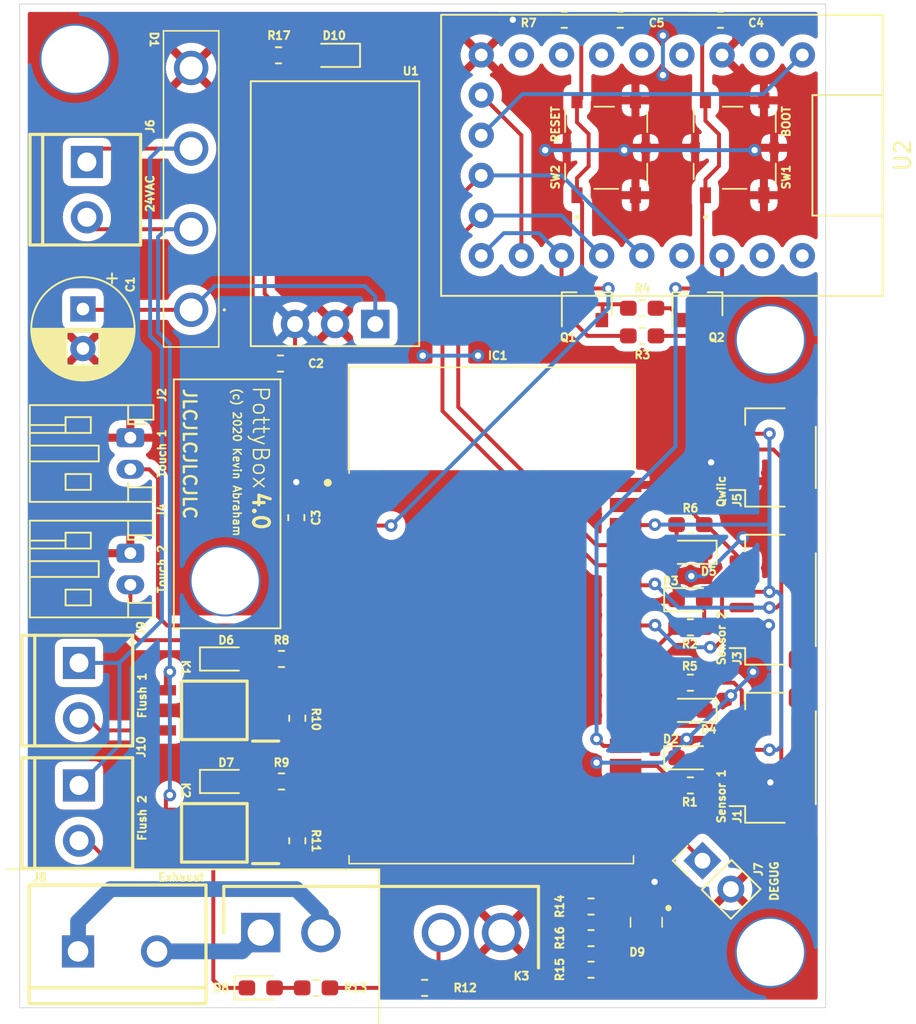
<source format=kicad_pcb>
(kicad_pcb (version 20200119) (host pcbnew "5.99.0-unknown-cc47062~100~ubuntu18.04.1")
  (layers (0 "F.Cu" signal) (31 "B.Cu" signal) (34 "B.Paste" user) (35 "F.Paste" user) (36 "B.SilkS" user) (37 "F.SilkS" user) (38 "B.Mask" user) (39 "F.Mask" user) (44 "Edge.Cuts" user))
  (net 0 "")
  (net 1 "GND")
  (net 2 "Net-(C1-Pad1)")
  (net 3 "+3V3")
  (net 4 "/IO0")
  (net 5 "/EN")
  (net 6 "/24VAC2")
  (net 7 "/24VAC1")
  (net 8 "Net-(D2-Pad2)")
  (net 9 "Net-(D3-Pad2)")
  (net 10 "Net-(D4-Pad2)")
  (net 11 "Net-(D5-Pad2)")
  (net 12 "Net-(D6-Pad2)")
  (net 13 "Net-(D7-Pad2)")
  (net 14 "Net-(D8-Pad2)")
  (net 15 "Net-(D9-Pad4)")
  (net 16 "Net-(D9-Pad3)")
  (net 17 "Net-(D9-Pad2)")
  (net 18 "Net-(D10-Pad2)")
  (net 19 "/LED_S2")
  (net 20 "/SCL")
  (net 21 "/TXD0")
  (net 22 "/RXD0")
  (net 23 "/SDA")
  (net 24 "/LED_S1")
  (net 25 "/INT2")
  (net 26 "/INT1")
  (net 27 "/SHUT2")
  (net 28 "/SHUT1")
  (net 29 "/IO15")
  (net 30 "/EXHAUST")
  (net 31 "/LED_SB")
  (net 32 "/LED_SG")
  (net 33 "/LED_SR")
  (net 34 "/FLUSH2")
  (net 35 "/FLUSH1")
  (net 36 "/TOUCH1")
  (net 37 "/TOUCH2")
  (net 38 "Net-(J8-Pad2)")
  (net 39 "Net-(J8-Pad1)")
  (net 40 "Net-(J9-Pad2)")
  (net 41 "Net-(J10-Pad2)")
  (net 42 "Net-(K1-Pad1)")
  (net 43 "Net-(K2-Pad1)")
  (net 44 "Net-(K3-Pad3)")
  (net 45 "/RTS")
  (net 46 "Net-(Q1-Pad1)")
  (net 47 "/DTR")
  (net 48 "Net-(Q2-Pad1)")
  (net 49 "Net-(U2-Pad1)")
  (net 50 "Net-(U2-Pad9)")
  (module "Resistor_SMD:R_0603_1608Metric_Pad1.05x0.95mm_HandSolder" (layer "F.Cu") (at 124.15 106.6 180)
    (fp_text reference "R15" (at 1.9775 0.01 270) (layer "F.SilkS") (effects (font (size 0.5 0.5) (thickness 0.125))))
    (fp_text value "1k")
    (pad "2" smd roundrect (at 0.875 0 180) (size 1.05 0.95) (layers "F.Cu" "F.Paste" "F.Mask") (net 31 "/LED_SB"))
    (pad "1" smd roundrect (at -0.875 0 180) (size 1.05 0.95) (layers "F.Cu" "F.Paste" "F.Mask") (net 15 "Net-(D9-Pad4)"))
  )
  (module "Resistor_SMD:R_0603_1608Metric_Pad1.05x0.95mm_HandSolder" (layer "F.Cu") (at 124.15 102.6 180)
    (fp_text reference "R14" (at 1.9775 0.01 270) (layer "F.SilkS") (effects (font (size 0.5 0.5) (thickness 0.125))))
    (fp_text value "1k")
    (pad "2" smd roundrect (at 0.875 0 180) (size 1.05 0.95) (layers "F.Cu" "F.Paste" "F.Mask") (net 33 "/LED_SR"))
    (pad "1" smd roundrect (at -0.875 0 180) (size 1.05 0.95) (layers "F.Cu" "F.Paste" "F.Mask") (net 17 "Net-(D9-Pad2)"))
  )
  (module "Breakouts:Adafruit_CP2104_Friend" (layer "F.Cu") (at 128.635 55.076 -90)
    (fp_text reference "U2" (at 0 -15.24 -90) (layer "F.SilkS"))
    (fp_text value "Adafruit_CP2104_Breakout")
    (pad "16" thru_hole circle (at 6.35 -8.89 180) (size 1.6 1.6) (drill 0.8) (layers *.Cu *.Mask))
    (pad "1" thru_hole circle (at -6.35 -8.89 180) (size 1.6 1.6) (drill 0.8) (layers *.Cu *.Mask) (net 49 "Net-(U2-Pad1)"))
    (pad "15" thru_hole circle (at 6.35 -6.35 180) (size 1.6 1.6) (drill 0.8) (layers *.Cu *.Mask))
    (pad "2" thru_hole circle (at -6.35 -6.35 180) (size 1.6 1.6) (drill 0.8) (layers *.Cu *.Mask))
    (pad "14" thru_hole circle (at 6.35 -3.81 180) (size 1.6 1.6) (drill 0.8) (layers *.Cu *.Mask) (net 47 "/DTR"))
    (pad "3" thru_hole circle (at -6.35 -3.81 180) (size 1.6 1.6) (drill 0.8) (layers *.Cu *.Mask) (net 1 "GND"))
    (pad "13" thru_hole circle (at 6.35 -1.27 180) (size 1.6 1.6) (drill 0.8) (layers *.Cu *.Mask))
    (pad "4" thru_hole circle (at -6.35 -1.27 180) (size 1.6 1.6) (drill 0.8) (layers *.Cu *.Mask))
    (pad "12" thru_hole circle (at 6.35 1.27 180) (size 1.6 1.6) (drill 0.8) (layers *.Cu *.Mask) (net 22 "/RXD0"))
    (pad "5" thru_hole circle (at -6.35 1.27 180) (size 1.6 1.6) (drill 0.8) (layers *.Cu *.Mask))
    (pad "11" thru_hole circle (at 6.35 3.81 180) (size 1.6 1.6) (drill 0.8) (layers *.Cu *.Mask) (net 21 "/TXD0"))
    (pad "6" thru_hole circle (at -6.35 3.81 180) (size 1.6 1.6) (drill 0.8) (layers *.Cu *.Mask))
    (pad "10" thru_hole circle (at 6.35 6.35 180) (size 1.6 1.6) (drill 0.8) (layers *.Cu *.Mask) (net 45 "/RTS"))
    (pad "7" thru_hole circle (at -6.35 6.35 180) (size 1.6 1.6) (drill 0.8) (layers *.Cu *.Mask))
    (pad "9" thru_hole circle (at 6.35 8.89 180) (size 1.6 1.6) (drill 0.8) (layers *.Cu *.Mask) (net 50 "Net-(U2-Pad9)"))
    (pad "8" thru_hole circle (at -6.35 8.89 180) (size 1.6 1.6) (drill 0.8) (layers *.Cu *.Mask))
    (pad "3" thru_hole circle (at -6.35 11.43 180) (size 1.6 1.6) (drill 0.8) (layers *.Cu *.Mask) (net 1 "GND"))
    (pad "10" thru_hole circle (at 6.35 11.43 180) (size 1.6 1.6) (drill 0.8) (layers *.Cu *.Mask) (net 45 "/RTS"))
    (pad "9" thru_hole circle (at -3.81 11.43 180) (size 1.6 1.6) (drill 0.8) (layers *.Cu *.Mask) (net 50 "Net-(U2-Pad9)"))
    (pad "1" thru_hole circle (at -1.27 11.43 180) (size 1.6 1.6) (drill 0.8) (layers *.Cu *.Mask) (net 49 "Net-(U2-Pad1)"))
    (pad "12" thru_hole circle (at 1.27 11.43 180) (size 1.6 1.6) (drill 0.8) (layers *.Cu *.Mask) (net 22 "/RXD0"))
    (pad "11" thru_hole circle (at 3.81 11.43 180) (size 1.6 1.6) (drill 0.8) (layers *.Cu *.Mask) (net 21 "/TXD0"))
  )
  (module "Resistor_SMD:R_0603_1608Metric_Pad1.05x0.95mm_HandSolder" (layer "F.Cu") (at 122.459 46.5)
    (fp_text reference "R7" (at -2.259 0.2) (layer "F.SilkS") (effects (font (size 0.5 0.5) (thickness 0.125))))
    (fp_text value "10k")
    (pad "2" smd roundrect (at 0.875 0) (size 1.05 0.95) (layers "F.Cu" "F.Paste" "F.Mask") (net 5 "/EN"))
    (pad "1" smd roundrect (at -0.875 0) (size 1.05 0.95) (layers "F.Cu" "F.Paste" "F.Mask") (net 3 "+3V3"))
  )
  (module "ESP32-WROVER-B_(16MB):ESP32WROVERIB16MB" (layer "F.Cu") (at 117.19 84.19)
    (fp_text reference "IC1" (at 1.06 -16.44) (layer "F.SilkS") (effects (font (size 0.5 0.5) (thickness 0.125))))
    (fp_text value "ESP32-WROVER-B" hide)
    (pad "39" smd rect (at -0.35 -0.64 90) (size 5 5) (layers "F.Cu" "F.Paste" "F.Mask") (net 1 "GND"))
    (pad "38" smd rect (at 9.15 -8.26 90) (size 0.9 2) (layers "F.Cu" "F.Paste" "F.Mask") (net 1 "GND"))
    (pad "37" smd rect (at 9.15 -6.99 90) (size 0.9 2) (layers "F.Cu" "F.Paste" "F.Mask") (net 27 "/SHUT2"))
    (pad "36" smd rect (at 9.15 -5.72 90) (size 0.9 2) (layers "F.Cu" "F.Paste" "F.Mask") (net 20 "/SCL"))
    (pad "35" smd rect (at 9.15 -4.45 90) (size 0.9 2) (layers "F.Cu" "F.Paste" "F.Mask") (net 21 "/TXD0"))
    (pad "34" smd rect (at 9.15 -3.18 90) (size 0.9 2) (layers "F.Cu" "F.Paste" "F.Mask") (net 22 "/RXD0"))
    (pad "33" smd rect (at 9.15 -1.91 90) (size 0.9 2) (layers "F.Cu" "F.Paste" "F.Mask") (net 23 "/SDA"))
    (pad "32" smd rect (at 9.15 -0.64 90) (size 0.9 2) (layers "F.Cu" "F.Paste" "F.Mask"))
    (pad "31" smd rect (at 9.15 0.63 90) (size 0.9 2) (layers "F.Cu" "F.Paste" "F.Mask") (net 25 "/INT2"))
    (pad "30" smd rect (at 9.15 1.9 90) (size 0.9 2) (layers "F.Cu" "F.Paste" "F.Mask") (net 19 "/LED_S2"))
    (pad "29" smd rect (at 9.15 3.17 90) (size 0.9 2) (layers "F.Cu" "F.Paste" "F.Mask") (net 28 "/SHUT1"))
    (pad "28" smd rect (at 9.15 4.44 90) (size 0.9 2) (layers "F.Cu" "F.Paste" "F.Mask"))
    (pad "27" smd rect (at 9.15 5.71 90) (size 0.9 2) (layers "F.Cu" "F.Paste" "F.Mask"))
    (pad "26" smd rect (at 9.15 6.98 90) (size 0.9 2) (layers "F.Cu" "F.Paste" "F.Mask") (net 26 "/INT1"))
    (pad "25" smd rect (at 9.15 8.25 90) (size 0.9 2) (layers "F.Cu" "F.Paste" "F.Mask") (net 4 "/IO0"))
    (pad "24" smd rect (at 9.15 9.52 90) (size 0.9 2) (layers "F.Cu" "F.Paste" "F.Mask") (net 24 "/LED_S1"))
    (pad "23" smd rect (at 9.15 10.79 90) (size 0.9 2) (layers "F.Cu" "F.Paste" "F.Mask") (net 29 "/IO15"))
    (pad "22" smd rect (at 9.15 12.06 90) (size 0.9 2) (layers "F.Cu" "F.Paste" "F.Mask"))
    (pad "21" smd rect (at 9.15 13.33 90) (size 0.9 2) (layers "F.Cu" "F.Paste" "F.Mask"))
    (pad "20" smd rect (at 9.15 14.6 90) (size 0.9 2) (layers "F.Cu" "F.Paste" "F.Mask"))
    (pad "19" smd rect (at -7.85 14.6 90) (size 0.9 2) (layers "F.Cu" "F.Paste" "F.Mask"))
    (pad "18" smd rect (at -7.85 13.33 90) (size 0.9 2) (layers "F.Cu" "F.Paste" "F.Mask"))
    (pad "17" smd rect (at -7.85 12.06 90) (size 0.9 2) (layers "F.Cu" "F.Paste" "F.Mask"))
    (pad "16" smd rect (at -7.85 10.79 90) (size 0.9 2) (layers "F.Cu" "F.Paste" "F.Mask") (net 30 "/EXHAUST"))
    (pad "15" smd rect (at -7.85 9.52 90) (size 0.9 2) (layers "F.Cu" "F.Paste" "F.Mask") (net 1 "GND"))
    (pad "14" smd rect (at -7.85 8.25 90) (size 0.9 2) (layers "F.Cu" "F.Paste" "F.Mask") (net 31 "/LED_SB"))
    (pad "13" smd rect (at -7.85 6.98 90) (size 0.9 2) (layers "F.Cu" "F.Paste" "F.Mask") (net 32 "/LED_SG"))
    (pad "12" smd rect (at -7.85 5.71 90) (size 0.9 2) (layers "F.Cu" "F.Paste" "F.Mask") (net 33 "/LED_SR"))
    (pad "11" smd rect (at -7.85 4.44 90) (size 0.9 2) (layers "F.Cu" "F.Paste" "F.Mask") (net 34 "/FLUSH2"))
    (pad "10" smd rect (at -7.85 3.17 90) (size 0.9 2) (layers "F.Cu" "F.Paste" "F.Mask") (net 35 "/FLUSH1"))
    (pad "9" smd rect (at -7.85 1.9 90) (size 0.9 2) (layers "F.Cu" "F.Paste" "F.Mask") (net 37 "/TOUCH2"))
    (pad "8" smd rect (at -7.85 0.63 90) (size 0.9 2) (layers "F.Cu" "F.Paste" "F.Mask") (net 36 "/TOUCH1"))
    (pad "7" smd rect (at -7.85 -0.64 90) (size 0.9 2) (layers "F.Cu" "F.Paste" "F.Mask"))
    (pad "6" smd rect (at -7.85 -1.91 90) (size 0.9 2) (layers "F.Cu" "F.Paste" "F.Mask"))
    (pad "5" smd rect (at -7.85 -3.18 90) (size 0.9 2) (layers "F.Cu" "F.Paste" "F.Mask"))
    (pad "4" smd rect (at -7.85 -4.45 90) (size 0.9 2) (layers "F.Cu" "F.Paste" "F.Mask"))
    (pad "3" smd rect (at -7.85 -5.72 90) (size 0.9 2) (layers "F.Cu" "F.Paste" "F.Mask") (net 5 "/EN"))
    (pad "2" smd rect (at -7.85 -6.99 90) (size 0.9 2) (layers "F.Cu" "F.Paste" "F.Mask") (net 3 "+3V3"))
    (pad "1" smd rect (at -7.85 -8.26 90) (size 0.9 2) (layers "F.Cu" "F.Paste" "F.Mask") (net 1 "GND"))
  )
  (module "Converter_DCDC:Converter_DCDC_muRata_OKI-78SR_Horizontal" (layer "F.Cu") (at 110.5 65.75 180)
    (fp_text reference "U1" (at -2.25 16 180) (layer "F.SilkS") (effects (font (size 0.5 0.5) (thickness 0.125))))
    (fp_text value "OKI-78SR-3.3/1.5-W36H-C")
    (pad "3" thru_hole circle (at 5.08 0) (size 1.8 1.8) (drill 1) (layers *.Cu *.Mask) (net 3 "+3V3"))
    (pad "2" thru_hole circle (at 2.54 0) (size 1.8 1.8) (drill 1) (layers *.Cu *.Mask) (net 1 "GND"))
    (pad "1" thru_hole rect (at 0 0) (size 1.8 1.8) (drill 1) (layers *.Cu *.Mask) (net 2 "Net-(C1-Pad1)"))
  )
  (module "PTS526_SMG15_SMTR2_LFS:PTS526SMG15SMTR2LFS" (layer "F.Cu") (at 125.112 54.6 90)
    (fp_text reference "SW2" (at -2.7 -3.212 90) (layer "F.SilkS") (effects (font (size 0.5 0.5) (thickness 0.125)) (justify left)))
    (fp_text value "RESET" (at 2.7 -3.212 90) (layer "F.SilkS") (effects (font (size 0.5 0.5) (thickness 0.125)) (justify right)))
    (pad "SH" smd rect (at 0 2.5 180) (size 0.6 0.7) (layers "F.Cu" "F.Paste" "F.Mask") (net 1 "GND"))
    (pad "SH" smd rect (at 0 -2.5 180) (size 0.6 0.7) (layers "F.Cu" "F.Paste" "F.Mask") (net 1 "GND"))
    (pad "2" smd rect (at 3 1.85 180) (size 0.7 1) (layers "F.Cu" "F.Paste" "F.Mask") (net 1 "GND"))
    (pad "2" smd rect (at -3 1.85 180) (size 0.7 1) (layers "F.Cu" "F.Paste" "F.Mask") (net 1 "GND"))
    (pad "1" smd rect (at 3 -1.85 180) (size 0.7 1) (layers "F.Cu" "F.Paste" "F.Mask") (net 5 "/EN"))
    (pad "1" smd rect (at -3 -1.85 180) (size 0.7 1) (layers "F.Cu" "F.Paste" "F.Mask") (net 5 "/EN"))
  )
  (module "PTS526_SMG15_SMTR2_LFS:PTS526SMG15SMTR2LFS" (layer "F.Cu") (at 133.24 54.6 90)
    (fp_text reference "SW1" (at -2.7 3.26 90) (layer "F.SilkS") (effects (font (size 0.5 0.5) (thickness 0.125)) (justify left)))
    (fp_text value "BOOT" (at 2.7 3.26 90) (layer "F.SilkS") (effects (font (size 0.5 0.5) (thickness 0.125)) (justify right)))
    (pad "SH" smd rect (at 0 2.5 180) (size 0.6 0.7) (layers "F.Cu" "F.Paste" "F.Mask") (net 1 "GND"))
    (pad "SH" smd rect (at 0 -2.5 180) (size 0.6 0.7) (layers "F.Cu" "F.Paste" "F.Mask") (net 1 "GND"))
    (pad "2" smd rect (at 3 1.85 180) (size 0.7 1) (layers "F.Cu" "F.Paste" "F.Mask") (net 1 "GND"))
    (pad "2" smd rect (at -3 1.85 180) (size 0.7 1) (layers "F.Cu" "F.Paste" "F.Mask") (net 1 "GND"))
    (pad "1" smd rect (at 3 -1.85 180) (size 0.7 1) (layers "F.Cu" "F.Paste" "F.Mask") (net 4 "/IO0"))
    (pad "1" smd rect (at -3 -1.85 180) (size 0.7 1) (layers "F.Cu" "F.Paste" "F.Mask") (net 4 "/IO0"))
  )
  (module "Resistor_SMD:R_0603_1608Metric_Pad1.05x0.95mm_HandSolder" (layer "F.Cu") (at 104.375 48.75 180)
    (fp_text reference "R17" (at -0.025 1.25) (layer "F.SilkS") (effects (font (size 0.5 0.5) (thickness 0.125))))
    (fp_text value "1k")
    (pad "2" smd roundrect (at 0.875 0 180) (size 1.05 0.95) (layers "F.Cu" "F.Paste" "F.Mask") (net 3 "+3V3"))
    (pad "1" smd roundrect (at -0.875 0 180) (size 1.05 0.95) (layers "F.Cu" "F.Paste" "F.Mask") (net 18 "Net-(D10-Pad2)"))
  )
  (module "Resistor_SMD:R_0603_1608Metric_Pad1.05x0.95mm_HandSolder" (layer "F.Cu") (at 124.15 104.6 180)
    (fp_text reference "R16" (at 1.9775 0.01 270) (layer "F.SilkS") (effects (font (size 0.5 0.5) (thickness 0.125))))
    (fp_text value "1k")
    (pad "2" smd roundrect (at 0.875 0 180) (size 1.05 0.95) (layers "F.Cu" "F.Paste" "F.Mask") (net 32 "/LED_SG"))
    (pad "1" smd roundrect (at -0.875 0 180) (size 1.05 0.95) (layers "F.Cu" "F.Paste" "F.Mask") (net 16 "Net-(D9-Pad3)"))
  )
  (module "Resistor_SMD:R_0603_1608Metric_Pad1.05x0.95mm_HandSolder" (layer "F.Cu") (at 106.75 107.75)
    (fp_text reference "R13" (at 2.5 0 180) (layer "F.SilkS") (effects (font (size 0.5 0.5) (thickness 0.125))))
    (fp_text value "1k")
    (pad "2" smd roundrect (at 0.875 0) (size 1.05 0.95) (layers "F.Cu" "F.Paste" "F.Mask") (net 30 "/EXHAUST"))
    (pad "1" smd roundrect (at -0.875 0) (size 1.05 0.95) (layers "F.Cu" "F.Paste" "F.Mask") (net 14 "Net-(D8-Pad2)"))
  )
  (module "Resistor_SMD:R_0603_1608Metric_Pad1.05x0.95mm_HandSolder" (layer "F.Cu") (at 113.625 107.75 180)
    (fp_text reference "R12" (at -2.56 0) (layer "F.SilkS") (effects (font (size 0.5 0.5) (thickness 0.125))))
    (fp_text value "220")
    (pad "2" smd roundrect (at 0.875 0 180) (size 1.05 0.95) (layers "F.Cu" "F.Paste" "F.Mask") (net 30 "/EXHAUST"))
    (pad "1" smd roundrect (at -0.875 0 180) (size 1.05 0.95) (layers "F.Cu" "F.Paste" "F.Mask") (net 44 "Net-(K3-Pad3)"))
  )
  (module "Resistor_SMD:R_0603_1608Metric_Pad1.05x0.95mm_HandSolder" (layer "F.Cu") (at 105.565 98.44 90)
    (fp_text reference "R11" (at 0 1.185 270 unlocked) (layer "F.SilkS") (effects (font (size 0.5 0.5) (thickness 0.125))))
    (fp_text value "220")
    (pad "2" smd roundrect (at 0.875 0 90) (size 1.05 0.95) (layers "F.Cu" "F.Paste" "F.Mask") (net 34 "/FLUSH2"))
    (pad "1" smd roundrect (at -0.875 0 90) (size 1.05 0.95) (layers "F.Cu" "F.Paste" "F.Mask") (net 43 "Net-(K2-Pad1)"))
  )
  (module "Resistor_SMD:R_0603_1608Metric_Pad1.05x0.95mm_HandSolder" (layer "F.Cu") (at 105.565 90.69 90)
    (fp_text reference "R10" (at -0.06 1.185 270 unlocked) (layer "F.SilkS") (effects (font (size 0.5 0.5) (thickness 0.125))))
    (fp_text value "220")
    (pad "2" smd roundrect (at 0.875 0 90) (size 1.05 0.95) (layers "F.Cu" "F.Paste" "F.Mask") (net 35 "/FLUSH1"))
    (pad "1" smd roundrect (at -0.875 0 90) (size 1.05 0.95) (layers "F.Cu" "F.Paste" "F.Mask") (net 42 "Net-(K1-Pad1)"))
  )
  (module "Resistor_SMD:R_0603_1608Metric_Pad1.05x0.95mm_HandSolder" (layer "F.Cu") (at 104.565 94.69)
    (fp_text reference "R9" (at 0 -1.19) (layer "F.SilkS") (effects (font (size 0.5 0.5) (thickness 0.125))))
    (fp_text value "1k")
    (pad "2" smd roundrect (at 0.875 0) (size 1.05 0.95) (layers "F.Cu" "F.Paste" "F.Mask") (net 34 "/FLUSH2"))
    (pad "1" smd roundrect (at -0.875 0) (size 1.05 0.95) (layers "F.Cu" "F.Paste" "F.Mask") (net 13 "Net-(D7-Pad2)"))
  )
  (module "Resistor_SMD:R_0603_1608Metric_Pad1.05x0.95mm_HandSolder" (layer "F.Cu") (at 104.565 86.94)
    (fp_text reference "R8" (at 0 -1.19) (layer "F.SilkS") (effects (font (size 0.5 0.5) (thickness 0.125))))
    (fp_text value "1k")
    (pad "2" smd roundrect (at 0.875 0) (size 1.05 0.95) (layers "F.Cu" "F.Paste" "F.Mask") (net 35 "/FLUSH1"))
    (pad "1" smd roundrect (at -0.875 0) (size 1.05 0.95) (layers "F.Cu" "F.Paste" "F.Mask") (net 12 "Net-(D6-Pad2)"))
  )
  (module "Resistor_SMD:R_0603_1608Metric_Pad1.05x0.95mm_HandSolder" (layer "F.Cu") (at 130.44 78.44)
    (fp_text reference "R6" (at 0 -1.04) (layer "F.SilkS") (effects (font (size 0.5 0.5) (thickness 0.125))))
    (fp_text value "1k")
    (pad "2" smd roundrect (at 0.875 0) (size 1.05 0.95) (layers "F.Cu" "F.Paste" "F.Mask") (net 27 "/SHUT2"))
    (pad "1" smd roundrect (at -0.875 0) (size 1.05 0.95) (layers "F.Cu" "F.Paste" "F.Mask") (net 11 "Net-(D5-Pad2)"))
  )
  (module "Resistor_SMD:R_0603_1608Metric_Pad1.05x0.95mm_HandSolder" (layer "F.Cu") (at 130.44 88.44)
    (fp_text reference "R5" (at -0.04 -1.04 180) (layer "F.SilkS") (effects (font (size 0.5 0.5) (thickness 0.125))))
    (fp_text value "1k")
    (pad "2" smd roundrect (at 0.875 0) (size 1.05 0.95) (layers "F.Cu" "F.Paste" "F.Mask") (net 28 "/SHUT1"))
    (pad "1" smd roundrect (at -0.875 0) (size 1.05 0.95) (layers "F.Cu" "F.Paste" "F.Mask") (net 10 "Net-(D4-Pad2)"))
  )
  (module "Resistor_SMD:R_0603_1608Metric_Pad1.05x0.95mm_HandSolder" (layer "F.Cu") (at 127.385 64.75 180)
    (fp_text reference "R4" (at -0.015 1.25) (layer "F.SilkS") (effects (font (size 0.5 0.5) (thickness 0.125))))
    (fp_text value "10k")
    (pad "2" smd roundrect (at 0.875 0 180) (size 1.05 0.95) (layers "F.Cu" "F.Paste" "F.Mask") (net 45 "/RTS"))
    (pad "1" smd roundrect (at -0.875 0 180) (size 1.05 0.95) (layers "F.Cu" "F.Paste" "F.Mask") (net 48 "Net-(Q2-Pad1)"))
  )
  (module "Resistor_SMD:R_0603_1608Metric_Pad1.05x0.95mm_HandSolder" (layer "F.Cu") (at 127.385 66.5)
    (fp_text reference "R3" (at 0.015 1.2) (layer "F.SilkS") (effects (font (size 0.5 0.5) (thickness 0.125))))
    (fp_text value "10k")
    (pad "2" smd roundrect (at 0.875 0) (size 1.05 0.95) (layers "F.Cu" "F.Paste" "F.Mask") (net 47 "/DTR"))
    (pad "1" smd roundrect (at -0.875 0) (size 1.05 0.95) (layers "F.Cu" "F.Paste" "F.Mask") (net 46 "Net-(Q1-Pad1)"))
  )
  (module "Resistor_SMD:R_0603_1608Metric_Pad1.05x0.95mm_HandSolder" (layer "F.Cu") (at 130.44 84.94 180)
    (fp_text reference "R2" (at 0.04 -1.06) (layer "F.SilkS") (effects (font (size 0.5 0.5) (thickness 0.125))))
    (fp_text value "1k")
    (pad "2" smd roundrect (at 0.875 0 180) (size 1.05 0.95) (layers "F.Cu" "F.Paste" "F.Mask") (net 19 "/LED_S2"))
    (pad "1" smd roundrect (at -0.875 0 180) (size 1.05 0.95) (layers "F.Cu" "F.Paste" "F.Mask") (net 9 "Net-(D3-Pad2)"))
  )
  (module "Resistor_SMD:R_0603_1608Metric_Pad1.05x0.95mm_HandSolder" (layer "F.Cu") (at 130.44 94.94 180)
    (fp_text reference "R1" (at 0.04 -1.06 180) (layer "F.SilkS") (effects (font (size 0.5 0.5) (thickness 0.125))))
    (fp_text value "1k")
    (pad "2" smd roundrect (at 0.875 0 180) (size 1.05 0.95) (layers "F.Cu" "F.Paste" "F.Mask") (net 24 "/LED_S1"))
    (pad "1" smd roundrect (at -0.875 0 180) (size 1.05 0.95) (layers "F.Cu" "F.Paste" "F.Mask") (net 8 "Net-(D2-Pad2)"))
  )
  (module "Package_TO_SOT_SMD:SOT-23" (layer "F.Cu") (at 130.885 64.5 90)
    (fp_text reference "Q2" (at -2.1 1.215 180) (layer "F.SilkS") (effects (font (size 0.5 0.5) (thickness 0.125))))
    (fp_text value "MMBT3904")
    (pad "3" smd rect (at 1 0 90) (size 0.9 0.8) (layers "F.Cu" "F.Paste" "F.Mask") (net 4 "/IO0"))
    (pad "2" smd rect (at -1 0.95 90) (size 0.9 0.8) (layers "F.Cu" "F.Paste" "F.Mask") (net 47 "/DTR"))
    (pad "1" smd rect (at -1 -0.95 90) (size 0.9 0.8) (layers "F.Cu" "F.Paste" "F.Mask") (net 48 "Net-(Q2-Pad1)"))
  )
  (module "Package_TO_SOT_SMD:SOT-23" (layer "F.Cu") (at 123.885 64.5 90)
    (fp_text reference "Q1" (at -2.1 -1.185 180) (layer "F.SilkS") (effects (font (size 0.5 0.5) (thickness 0.125))))
    (fp_text value "MMBT3904")
    (pad "3" smd rect (at 1 0 90) (size 0.9 0.8) (layers "F.Cu" "F.Paste" "F.Mask") (net 5 "/EN"))
    (pad "2" smd rect (at -1 0.95 90) (size 0.9 0.8) (layers "F.Cu" "F.Paste" "F.Mask") (net 45 "/RTS"))
    (pad "1" smd rect (at -1 -0.95 90) (size 0.9 0.8) (layers "F.Cu" "F.Paste" "F.Mask") (net 46 "Net-(Q1-Pad1)"))
  )
  (module "CPC1998J:CPC1998J" (layer "F.Cu") (at 103.25 104.25)
    (fp_text reference "K3" (at 16.5 2.75) (layer "F.SilkS") (effects (font (size 0.5 0.5) (thickness 0.125))))
    (fp_text value "CPC1998J" hide)
    (pad "4" thru_hole circle (at 15.24 0) (size 2.49 2.49) (drill 1.66) (layers *.Cu *.Mask) (net 1 "GND"))
    (pad "3" thru_hole circle (at 11.43 0) (size 2.49 2.49) (drill 1.66) (layers *.Cu *.Mask) (net 44 "Net-(K3-Pad3)"))
    (pad "2" thru_hole circle (at 3.81 0) (size 2.49 2.49) (drill 1.66) (layers *.Cu *.Mask) (net 39 "Net-(J8-Pad1)"))
    (pad "1" thru_hole rect (at 0 0) (size 2.49 2.49) (drill 1.66) (layers *.Cu *.Mask) (net 38 "Net-(J8-Pad2)"))
  )
  (module "G3VM-61VY3(TR05):SOP254P700X230-4N" (layer "F.Cu") (at 100.315 97.94 180)
    (fp_text reference "K2" (at 1.815 2.69 270 unlocked) (layer "F.SilkS") (effects (font (size 0.5 0.5) (thickness 0.125))))
    (fp_text value "G3VM-61VY3" hide)
    (pad "4" smd rect (at 3.25 -1.27 270) (size 0.65 1.65) (layers "F.Cu" "F.Paste" "F.Mask") (net 41 "Net-(J10-Pad2)"))
    (pad "3" smd rect (at 3.25 1.27 270) (size 0.65 1.65) (layers "F.Cu" "F.Paste" "F.Mask") (net 7 "/24VAC1"))
    (pad "2" smd rect (at -3.25 1.27 270) (size 0.65 1.65) (layers "F.Cu" "F.Paste" "F.Mask") (net 1 "GND"))
    (pad "1" smd rect (at -3.25 -1.27 270) (size 0.65 1.65) (layers "F.Cu" "F.Paste" "F.Mask") (net 43 "Net-(K2-Pad1)"))
  )
  (module "G3VM-61VY3(TR05):SOP254P700X230-4N" (layer "F.Cu") (at 100.315 90.19 180)
    (fp_text reference "K1" (at 1.815 2.69 270 unlocked) (layer "F.SilkS") (effects (font (size 0.5 0.5) (thickness 0.125))))
    (fp_text value "G3VM-61VY3" hide)
    (pad "4" smd rect (at 3.25 -1.27 270) (size 0.65 1.65) (layers "F.Cu" "F.Paste" "F.Mask") (net 40 "Net-(J9-Pad2)"))
    (pad "3" smd rect (at 3.25 1.27 270) (size 0.65 1.65) (layers "F.Cu" "F.Paste" "F.Mask") (net 7 "/24VAC1"))
    (pad "2" smd rect (at -3.25 1.27 270) (size 0.65 1.65) (layers "F.Cu" "F.Paste" "F.Mask") (net 1 "GND"))
    (pad "1" smd rect (at -3.25 -1.27 270) (size 0.65 1.65) (layers "F.Cu" "F.Paste" "F.Mask") (net 42 "Net-(K1-Pad1)"))
  )
  (module "SparkFun-Connectors:SCREWTERMINAL-3.5MM-2" (layer "F.Cu") (at 91.75 94.94 -90)
    (fp_text reference "J10" (at -1.69 -3.937 -90) (layer "F.SilkS") (effects (font (size 0.5 0.5) (thickness 0.125)) (justify left)))
    (fp_text value "Flush 2" (at 2.06 -4 -90) (layer "F.SilkS") (effects (font (size 0.5 0.5) (thickness 0.125))))
    (pad "2" thru_hole circle (at 3.49758 0 270) (size 2.032 2.032) (drill 1.19888) (layers *.Cu *.Mask) (net 41 "Net-(J10-Pad2)"))
    (pad "1" thru_hole rect (at 0 0 270) (size 2.032 2.032) (drill 1.19888) (layers *.Cu *.Mask) (net 6 "/24VAC2"))
  )
  (module "SparkFun-Connectors:SCREWTERMINAL-3.5MM-2" (layer "F.Cu") (at 91.75 87.19 -90)
    (fp_text reference "J9" (at -1.69 -3.937 -90) (layer "F.SilkS") (effects (font (size 0.5 0.5) (thickness 0.125)) (justify left)))
    (fp_text value "Flush 1" (at 2.06 -4 -90) (layer "F.SilkS") (effects (font (size 0.5 0.5) (thickness 0.125))))
    (pad "2" thru_hole circle (at 3.49758 0 270) (size 2.032 2.032) (drill 1.19888) (layers *.Cu *.Mask) (net 40 "Net-(J9-Pad2)"))
    (pad "1" thru_hole rect (at 0 0 270) (size 2.032 2.032) (drill 1.19888) (layers *.Cu *.Mask) (net 6 "/24VAC2"))
  )
  (module "SparkFun-Connectors:SCREWTERMINAL-5MM-2" (layer "F.Cu") (at 91.69 105.44)
    (fp_text reference "J8" (at -2.94 -4.69) (layer "F.SilkS") (effects (font (size 0.5 0.5) (thickness 0.125)) (justify left)))
    (fp_text value "Exhaust" (at 8.06 -4.69) (layer "F.SilkS") (effects (font (size 0.5 0.5) (thickness 0.125)) (justify right)))
    (pad "2" thru_hole circle (at 4.99872 0) (size 2.032 2.032) (drill 1.29794) (layers *.Cu *.Mask) (net 38 "Net-(J8-Pad2)"))
    (pad "1" thru_hole rect (at 0 0) (size 2.032 2.032) (drill 1.29794) (layers *.Cu *.Mask) (net 39 "Net-(J8-Pad1)"))
  )
  (module "Connector_PinHeader_2.54mm:PinHeader_1x02_P2.54mm_Vertical" (layer "F.Cu") (at 131.203949 99.703949 45)
    (fp_text reference "J7" (at 2.12132 2.893553 90) (layer "F.SilkS") (effects (font (size 0.5 0.5) (thickness 0.125))))
    (fp_text value "DEGUG" (at 2.298097 4.13099 90) (layer "F.SilkS") (effects (font (size 0.5 0.5) (thickness 0.125))))
    (pad "1" thru_hole rect (at 0 0 45) (size 1.7 1.7) (drill 1) (layers *.Cu *.Mask) (net 29 "/IO15"))
    (pad "2" thru_hole oval (at 0 2.54 45) (size 1.7 1.7) (drill 1) (layers *.Cu *.Mask) (net 1 "GND"))
  )
  (module "SparkFun-Connectors:SCREWTERMINAL-3.5MM-2" (layer "F.Cu") (at 92.25 55.5 -90)
    (fp_text reference "J6" (at -1.75 -4 -90) (layer "F.SilkS") (effects (font (size 0.5 0.5) (thickness 0.125)) (justify left)))
    (fp_text value "24VAC" (at 2 -4 -90) (layer "F.SilkS") (effects (font (size 0.5 0.5) (thickness 0.125))))
    (pad "2" thru_hole circle (at 3.49758 0 270) (size 2.032 2.032) (drill 1.19888) (layers *.Cu *.Mask) (net 7 "/24VAC1"))
    (pad "1" thru_hole rect (at 0 0 270) (size 2.032 2.032) (drill 1.19888) (layers *.Cu *.Mask) (net 6 "/24VAC2"))
  )
  (module "Connector_JST:JST_SH_SM04B-SRSS-TB_1x04-1MP_P1.00mm_Horizontal" (layer "F.Cu") (at 135.69 74.19 90)
    (fp_text reference "J5" (at -2.71 -2.29 90) (layer "F.SilkS") (effects (font (size 0.5 0.5) (thickness 0.125))))
    (fp_text value "Qwiic")
    (pad "MP" smd roundrect (at 2.8 1.875 90) (size 1.2 1.8) (layers "F.Cu" "F.Paste" "F.Mask") (roundrect_rratio 0.208333))
    (pad "MP" smd roundrect (at -2.8 1.875 90) (size 1.2 1.8) (layers "F.Cu" "F.Paste" "F.Mask") (roundrect_rratio 0.208333))
    (pad "4" smd roundrect (at 1.5 -2 90) (size 0.6 1.55) (layers "F.Cu" "F.Paste" "F.Mask") (net 20 "/SCL"))
    (pad "3" smd roundrect (at 0.5 -2 90) (size 0.6 1.55) (layers "F.Cu" "F.Paste" "F.Mask") (net 23 "/SDA"))
    (pad "2" smd roundrect (at -0.5 -2 90) (size 0.6 1.55) (layers "F.Cu" "F.Paste" "F.Mask") (net 3 "+3V3"))
    (pad "1" smd roundrect (at -1.5 -2 90) (size 0.6 1.55) (layers "F.Cu" "F.Paste" "F.Mask") (net 1 "GND"))
  )
  (module "Connector_JST:JST_PH_S2B-PH-K_1x02_P2.00mm_Horizontal" (layer "F.Cu") (at 95 80.25 -90)
    (fp_text reference "J4" (at -2.19 -2 -90) (layer "F.SilkS") (effects (font (size 0.5 0.5) (thickness 0.125)) (justify left)))
    (fp_text value "Touch 2" (at 1 -2 -90) (layer "F.SilkS") (effects (font (size 0.5 0.5) (thickness 0.125))))
    (pad "2" thru_hole oval (at 2 0 270) (size 1.2 1.75) (drill 0.75) (layers *.Cu *.Mask) (net 37 "/TOUCH2"))
    (pad "1" thru_hole roundrect (at 0 0 270) (size 1.2 1.75) (drill 0.75) (layers *.Cu *.Mask) (roundrect_rratio 0.208333) (net 1 "GND"))
  )
  (module "Connector_JST:JST_SH_SM06B-SRSS-TB_1x06-1MP_P1.00mm_Horizontal" (layer "F.Cu") (at 135.69 83.19 90)
    (fp_text reference "J3" (at -3.71 -2.29 90) (layer "F.SilkS") (effects (font (size 0.5 0.5) (thickness 0.125))))
    (fp_text value "Sensor 2")
    (pad "MP" smd roundrect (at 3.8 1.875 90) (size 1.2 1.8) (layers "F.Cu" "F.Paste" "F.Mask") (roundrect_rratio 0.208333))
    (pad "MP" smd roundrect (at -3.8 1.875 90) (size 1.2 1.8) (layers "F.Cu" "F.Paste" "F.Mask") (roundrect_rratio 0.208333))
    (pad "6" smd roundrect (at 2.5 -2 90) (size 0.6 1.55) (layers "F.Cu" "F.Paste" "F.Mask") (net 27 "/SHUT2"))
    (pad "5" smd roundrect (at 1.5 -2 90) (size 0.6 1.55) (layers "F.Cu" "F.Paste" "F.Mask") (net 25 "/INT2"))
    (pad "4" smd roundrect (at 0.5 -2 90) (size 0.6 1.55) (layers "F.Cu" "F.Paste" "F.Mask") (net 20 "/SCL"))
    (pad "3" smd roundrect (at -0.5 -2 90) (size 0.6 1.55) (layers "F.Cu" "F.Paste" "F.Mask") (net 23 "/SDA"))
    (pad "2" smd roundrect (at -1.5 -2 90) (size 0.6 1.55) (layers "F.Cu" "F.Paste" "F.Mask") (net 3 "+3V3"))
    (pad "1" smd roundrect (at -2.5 -2 90) (size 0.6 1.55) (layers "F.Cu" "F.Paste" "F.Mask") (net 1 "GND"))
  )
  (module "Connector_JST:JST_PH_S2B-PH-K_1x02_P2.00mm_Horizontal" (layer "F.Cu") (at 95 72.94 -90)
    (fp_text reference "J2" (at -2.19 -2 -90) (layer "F.SilkS") (effects (font (size 0.5 0.5) (thickness 0.125)) (justify left)))
    (fp_text value "Touch 1" (at 1 -2 -90) (layer "F.SilkS") (effects (font (size 0.5 0.5) (thickness 0.125))))
    (pad "2" thru_hole oval (at 2 0 270) (size 1.2 1.75) (drill 0.75) (layers *.Cu *.Mask) (net 36 "/TOUCH1"))
    (pad "1" thru_hole roundrect (at 0 0 270) (size 1.2 1.75) (drill 0.75) (layers *.Cu *.Mask) (roundrect_rratio 0.208333) (net 1 "GND"))
  )
  (module "Connector_JST:JST_SH_SM06B-SRSS-TB_1x06-1MP_P1.00mm_Horizontal" (layer "F.Cu") (at 135.69 93.19 90)
    (fp_text reference "J1" (at -3.71 -2.29 90) (layer "F.SilkS") (effects (font (size 0.5 0.5) (thickness 0.125))))
    (fp_text value "Sensor 1")
    (pad "MP" smd roundrect (at 3.8 1.875 90) (size 1.2 1.8) (layers "F.Cu" "F.Paste" "F.Mask") (roundrect_rratio 0.208333))
    (pad "MP" smd roundrect (at -3.8 1.875 90) (size 1.2 1.8) (layers "F.Cu" "F.Paste" "F.Mask") (roundrect_rratio 0.208333))
    (pad "6" smd roundrect (at 2.5 -2 90) (size 0.6 1.55) (layers "F.Cu" "F.Paste" "F.Mask") (net 28 "/SHUT1"))
    (pad "5" smd roundrect (at 1.5 -2 90) (size 0.6 1.55) (layers "F.Cu" "F.Paste" "F.Mask") (net 26 "/INT1"))
    (pad "4" smd roundrect (at 0.5 -2 90) (size 0.6 1.55) (layers "F.Cu" "F.Paste" "F.Mask") (net 20 "/SCL"))
    (pad "3" smd roundrect (at -0.5 -2 90) (size 0.6 1.55) (layers "F.Cu" "F.Paste" "F.Mask") (net 23 "/SDA"))
    (pad "2" smd roundrect (at -1.5 -2 90) (size 0.6 1.55) (layers "F.Cu" "F.Paste" "F.Mask") (net 3 "+3V3"))
    (pad "1" smd roundrect (at -2.5 -2 90) (size 0.6 1.55) (layers "F.Cu" "F.Paste" "F.Mask") (net 1 "GND"))
  )
  (module "LED_SMD:LED_0603_1608Metric_Pad1.05x0.95mm_HandSolder" (layer "F.Cu") (at 107.875 48.75 180)
    (fp_text reference "D10" (at -0.025 1.25) (layer "F.SilkS") (effects (font (size 0.5 0.5) (thickness 0.125))))
    (fp_text value "PWR")
    (pad "2" smd roundrect (at 0.875 0 180) (size 1.05 0.95) (layers "F.Cu" "F.Paste" "F.Mask") (net 18 "Net-(D10-Pad2)"))
    (pad "1" smd roundrect (at -0.875 0 180) (size 1.05 0.95) (layers "F.Cu" "F.Paste" "F.Mask") (net 1 "GND"))
  )
  (module "ASMB-KTF0-0A306:ASMBKTF00A306" (layer "F.Cu") (at 127.65 103.6 90)
    (fp_text reference "D9" (at -1.89 -0.5775) (layer "F.SilkS") (effects (font (size 0.5 0.5) (thickness 0.125))))
    (fp_text value "STATUS" hide)
    (pad "4" smd rect (at -0.9 0.6 180) (size 0.8 0.9) (layers "F.Cu" "F.Paste" "F.Mask") (net 15 "Net-(D9-Pad4)"))
    (pad "3" smd rect (at -0.9 -0.6 180) (size 0.8 0.9) (layers "F.Cu" "F.Paste" "F.Mask") (net 16 "Net-(D9-Pad3)"))
    (pad "2" smd rect (at 0.9 -0.6 180) (size 0.8 0.9) (layers "F.Cu" "F.Paste" "F.Mask") (net 17 "Net-(D9-Pad2)"))
    (pad "1" smd rect (at 0.9 0.6 180) (size 0.8 0.9) (layers "F.Cu" "F.Paste" "F.Mask") (net 3 "+3V3"))
  )
  (module "LED_SMD:LED_0603_1608Metric_Pad1.05x0.95mm_HandSolder" (layer "F.Cu") (at 103.25 107.75)
    (fp_text reference "D8" (at -2.5 0 180) (layer "F.SilkS") (effects (font (size 0.5 0.5) (thickness 0.125))))
    (fp_text value "EX")
    (pad "2" smd roundrect (at 0.875 0) (size 1.05 0.95) (layers "F.Cu" "F.Paste" "F.Mask") (net 14 "Net-(D8-Pad2)"))
    (pad "1" smd roundrect (at -0.875 0) (size 1.05 0.95) (layers "F.Cu" "F.Paste" "F.Mask") (net 1 "GND"))
  )
  (module "LED_SMD:LED_0603_1608Metric_Pad1.05x0.95mm_HandSolder" (layer "F.Cu") (at 101.065 94.69)
    (fp_text reference "D7" (at 0 -1.19) (layer "F.SilkS") (effects (font (size 0.5 0.5) (thickness 0.125))))
    (fp_text value "F2")
    (pad "2" smd roundrect (at 0.875 0) (size 1.05 0.95) (layers "F.Cu" "F.Paste" "F.Mask") (net 13 "Net-(D7-Pad2)"))
    (pad "1" smd roundrect (at -0.875 0) (size 1.05 0.95) (layers "F.Cu" "F.Paste" "F.Mask") (net 1 "GND"))
  )
  (module "LED_SMD:LED_0603_1608Metric_Pad1.05x0.95mm_HandSolder" (layer "F.Cu") (at 101.065 86.94)
    (fp_text reference "D6" (at 0 -1.19) (layer "F.SilkS") (effects (font (size 0.5 0.5) (thickness 0.125))))
    (fp_text value "F1")
    (pad "2" smd roundrect (at 0.875 0) (size 1.05 0.95) (layers "F.Cu" "F.Paste" "F.Mask") (net 12 "Net-(D6-Pad2)"))
    (pad "1" smd roundrect (at -0.875 0) (size 1.05 0.95) (layers "F.Cu" "F.Paste" "F.Mask") (net 1 "GND"))
  )
  (module "LED_SMD:LED_0603_1608Metric_Pad1.05x0.95mm_HandSolder" (layer "F.Cu") (at 130.44 80.19 180)
    (fp_text reference "D5" (at -1.16 -1.21 180) (layer "F.SilkS") (effects (font (size 0.5 0.5) (thickness 0.125))))
    (fp_text value "S2S")
    (pad "2" smd roundrect (at 0.875 0 180) (size 1.05 0.95) (layers "F.Cu" "F.Paste" "F.Mask") (net 11 "Net-(D5-Pad2)"))
    (pad "1" smd roundrect (at -0.875 0 180) (size 1.05 0.95) (layers "F.Cu" "F.Paste" "F.Mask") (net 1 "GND"))
  )
  (module "LED_SMD:LED_0603_1608Metric_Pad1.05x0.95mm_HandSolder" (layer "F.Cu") (at 130.44 90.19 180)
    (fp_text reference "D4" (at -1.16 -1.21 180) (layer "F.SilkS") (effects (font (size 0.5 0.5) (thickness 0.125))))
    (fp_text value "S1S")
    (pad "2" smd roundrect (at 0.875 0 180) (size 1.05 0.95) (layers "F.Cu" "F.Paste" "F.Mask") (net 10 "Net-(D4-Pad2)"))
    (pad "1" smd roundrect (at -0.875 0 180) (size 1.05 0.95) (layers "F.Cu" "F.Paste" "F.Mask") (net 1 "GND"))
  )
  (module "LED_SMD:LED_0603_1608Metric_Pad1.05x0.95mm_HandSolder" (layer "F.Cu") (at 130.44 83.19)
    (fp_text reference "D3" (at -1.24 -1.19 180) (layer "F.SilkS") (effects (font (size 0.5 0.5) (thickness 0.125))))
    (fp_text value "S2")
    (pad "2" smd roundrect (at 0.875 0) (size 1.05 0.95) (layers "F.Cu" "F.Paste" "F.Mask") (net 9 "Net-(D3-Pad2)"))
    (pad "1" smd roundrect (at -0.875 0) (size 1.05 0.95) (layers "F.Cu" "F.Paste" "F.Mask") (net 1 "GND"))
  )
  (module "LED_SMD:LED_0603_1608Metric_Pad1.05x0.95mm_HandSolder" (layer "F.Cu") (at 130.44 93.19)
    (fp_text reference "D2" (at -1.24 -1.19 180) (layer "F.SilkS") (effects (font (size 0.5 0.5) (thickness 0.125))))
    (fp_text value "S1")
    (pad "2" smd roundrect (at 0.875 0) (size 1.05 0.95) (layers "F.Cu" "F.Paste" "F.Mask") (net 8 "Net-(D2-Pad2)"))
    (pad "1" smd roundrect (at -0.875 0) (size 1.05 0.95) (layers "F.Cu" "F.Paste" "F.Mask") (net 1 "GND"))
  )
  (module "RS207M:RS207M" (layer "F.Cu") (at 99.04637 57.20121 90)
    (fp_text reference "D1" (at 9.45121 -2.54637 270 unlocked) (layer "F.SilkS") (effects (font (size 0.5 0.5) (thickness 0.125))))
    (fp_text value "RS207M" hide)
    (pad "4" thru_hole circle (at 7.65 -0.2 90) (size 2.175 2.175) (drill 1.45) (layers *.Cu *.Mask) (net 1 "GND"))
    (pad "3" thru_hole circle (at 2.55 -0.2 90) (size 2.175 2.175) (drill 1.45) (layers *.Cu *.Mask) (net 6 "/24VAC2"))
    (pad "2" thru_hole circle (at -2.55 -0.2 90) (size 2.175 2.175) (drill 1.45) (layers *.Cu *.Mask) (net 7 "/24VAC1"))
    (pad "1" thru_hole circle (at -7.65 -0.2 90) (size 2.175 2.175) (drill 1.45) (layers *.Cu *.Mask) (net 2 "Net-(C1-Pad1)"))
  )
  (module "Capacitor_SMD:C_0603_1608Metric_Pad1.05x0.95mm_HandSolder" (layer "F.Cu") (at 126 46.5)
    (fp_text reference "C5" (at 2.3 0.2) (layer "F.SilkS") (effects (font (size 0.5 0.5) (thickness 0.125))))
    (fp_text value "0.1u")
    (pad "2" smd roundrect (at 0.875 0) (size 1.05 0.95) (layers "F.Cu" "F.Paste" "F.Mask") (net 1 "GND"))
    (pad "1" smd roundrect (at -0.875 0) (size 1.05 0.95) (layers "F.Cu" "F.Paste" "F.Mask") (net 5 "/EN"))
  )
  (module "Capacitor_SMD:C_0603_1608Metric_Pad1.05x0.95mm_HandSolder" (layer "F.Cu") (at 132.337 46.5)
    (fp_text reference "C4" (at 2.263 0.2) (layer "F.SilkS") (effects (font (size 0.5 0.5) (thickness 0.125))))
    (fp_text value "0.1u")
    (pad "2" smd roundrect (at 0.875 0) (size 1.05 0.95) (layers "F.Cu" "F.Paste" "F.Mask") (net 1 "GND"))
    (pad "1" smd roundrect (at -0.875 0) (size 1.05 0.95) (layers "F.Cu" "F.Paste" "F.Mask") (net 4 "/IO0"))
  )
  (module "Capacitor_SMD:C_0603_1608Metric_Pad1.05x0.95mm_HandSolder" (layer "F.Cu") (at 105.5 78 -90)
    (fp_text reference "C3" (at 0 -1.25 -90) (layer "F.SilkS") (effects (font (size 0.5 0.5) (thickness 0.125))))
    (fp_text value "0.1u")
    (pad "2" smd roundrect (at 0.875 0 270) (size 1.05 0.95) (layers "F.Cu" "F.Paste" "F.Mask") (net 1 "GND"))
    (pad "1" smd roundrect (at -0.875 0 270) (size 1.05 0.95) (layers "F.Cu" "F.Paste" "F.Mask") (net 3 "+3V3"))
  )
  (module "Capacitor_SMD:C_0603_1608Metric_Pad1.05x0.95mm_HandSolder" (layer "F.Cu") (at 104.5 68.25 180)
    (fp_text reference "C2" (at -2.25 0) (layer "F.SilkS") (effects (font (size 0.5 0.5) (thickness 0.125))))
    (fp_text value "22u")
    (pad "2" smd roundrect (at 0.875 0 180) (size 1.05 0.95) (layers "F.Cu" "F.Paste" "F.Mask") (net 1 "GND"))
    (pad "1" smd roundrect (at -0.875 0 180) (size 1.05 0.95) (layers "F.Cu" "F.Paste" "F.Mask") (net 3 "+3V3"))
  )
  (module "Capacitor_THT:CP_Radial_D6.3mm_P2.50mm" (layer "F.Cu") (at 92 64.8 -90)
    (fp_text reference "C1" (at -1.55 -3 -90) (layer "F.SilkS") (effects (font (size 0.5 0.5) (thickness 0.125))))
    (fp_text value "220u")
    (pad "2" thru_hole circle (at 2.5 0 270) (size 1.6 1.6) (drill 0.8) (layers *.Cu *.Mask) (net 1 "GND"))
    (pad "1" thru_hole rect (at 0 0 270) (size 1.6 1.6) (drill 0.8) (layers *.Cu *.Mask) (net 2 "Net-(C1-Pad1)"))
  )
  (gr_text ".0" (at 103.25 78 270) (layer "F.SilkS") (effects (font (size 1 1) (thickness 0.1))))
  (gr_text "JLCJLCJLCJLC" (at 98.75 69.75 270) (layer "F.SilkS") (effects (font (size 0.8 0.8)) (justify left)))
  (gr_text "(c) 2020 Kevin Abraham" (at 101.75 69.75 270) (layer "F.SilkS") (effects (font (size 0.5 0.5) (thickness 0.1)) (justify left)))
  (gr_text "4.0" (at 103.25 76.25 270) (layer "F.SilkS") (effects (font (size 1 1) (thickness 0.2)) (justify left)))
  (gr_text "PottyBox" (at 103.25 76.25 270) (layer "F.SilkS") (effects (font (size 1 1) (thickness 0.1)) (justify right)))
  (gr_line (start 97.75 69.25) (end 97.75 85) (layer "F.SilkS") (width 0.12))
  (gr_line (start 104.5 69.25) (end 104.5 85) (layer "F.SilkS") (width 0.12))
  (gr_line (start 97.75 69.25) (end 104.5 69.25) (layer "F.SilkS") (width 0.12))
  (gr_line (start 104.5 85) (end 97.75 85) (layer "F.SilkS") (width 0.12))
  (gr_line (start 110.75 100.25) (end 110.75 110) (layer "F.SilkS") (width 0.12))
  (gr_line (start 87.25 100.25) (end 110.75 100.25) (layer "F.SilkS") (width 0.12))
  (gr_text "Qwiic" (at 132.4 77.4 90) (layer "F.SilkS") (effects (font (size 0.5 0.5) (thickness 0.125)) (justify left)))
  (gr_text "Sensor 2" (at 132.4 87.4 90) (layer "F.SilkS") (effects (font (size 0.5 0.5) (thickness 0.125)) (justify left)))
  (gr_text "Sensor 1" (at 132.4 97.4 90) (layer "F.SilkS") (effects (font (size 0.5 0.5) (thickness 0.125)) (justify left)))
  (gr_line (start 88 109) (end 139 109) (layer "Edge.Cuts") (width 0.05))
  (gr_line (start 88 45.5) (end 88 109) (layer "Edge.Cuts") (width 0.05))
  (gr_line (start 139 45.5) (end 88 45.5) (layer "Edge.Cuts") (width 0.05))
  (gr_line (start 139 109) (end 139 45.5) (layer "Edge.Cuts") (width 0.05))
  (segment (start 127.59 94.98) (end 127.73 94.98) (width 0.25) (layer "F.Cu") (net 29))
  (segment (start 127.73 94.98) (end 128.25 95.5) (width 0.25) (layer "F.Cu") (net 29))
  (segment (start 128.25 96.5) (end 128.25 96.75) (width 0.25) (layer "F.Cu") (net 29))
  (segment (start 128.25 95.5) (end 128.25 96.5) (width 0.25) (layer "F.Cu") (net 29))
  (segment (start 128.25 96.75) (end 128.5 97) (width 0.25) (layer "F.Cu") (net 29))
  (segment (start 131.203949 99.703949) (end 128.5 97) (width 0.25) (layer "F.Cu") (net 29))
  (segment (start 109.34 89.9) (end 111.15 89.9) (width 0.25) (layer "F.Cu") (net 33))
  (segment (start 111.15 89.9) (end 113 91.75) (width 0.25) (layer "F.Cu") (net 33))
  (segment (start 113 91.75) (end 123.275 102.025) (width 0.25) (layer "F.Cu") (net 33))
  (segment (start 123.275 102.025) (end 123.275 102.6) (width 0.25) (layer "F.Cu") (net 33))
  (segment (start 121.25 102.5) (end 121.25 104.575) (width 0.25) (layer "F.Cu") (net 31))
  (segment (start 121.25 104.575) (end 123.275 106.6) (width 0.25) (layer "F.Cu") (net 31))
  (segment (start 114.25 94.25) (end 122 102) (width 0.25) (layer "F.Cu") (net 32))
  (segment (start 109.34 91.17) (end 111.17 91.17) (width 0.25) (layer "F.Cu") (net 32))
  (segment (start 122 103.325) (end 123.275 104.6) (width 0.25) (layer "F.Cu") (net 32))
  (segment (start 111.17 91.17) (end 114.25 94.25) (width 0.25) (layer "F.Cu") (net 32))
  (segment (start 122 102) (end 122 103.325) (width 0.25) (layer "F.Cu") (net 32))
  (segment (start 114 95.25) (end 121.25 102.5) (width 0.25) (layer "F.Cu") (net 31))
  (segment (start 111.19 92.44) (end 114 95.25) (width 0.25) (layer "F.Cu") (net 31))
  (segment (start 109.34 92.44) (end 111.19 92.44) (width 0.25) (layer "F.Cu") (net 31))
  (segment (start 111.44 107.75) (end 107.625 107.75) (width 0.25) (layer "F.Cu") (net 30))
  (segment (start 111.44 107.75) (end 112.75 107.75) (width 0.25) (layer "F.Cu") (net 30))
  (segment (start 114.5 107.75) (end 114.5 104.43) (width 0.25) (layer "F.Cu") (net 44))
  (segment (start 114.5 104.43) (end 114.68 104.25) (width 0.25) (layer "F.Cu") (net 44))
  (segment (start 114.065 104.865) (end 114.68 104.25) (width 0.25) (layer "F.Cu") (net 44))
  (segment (start 111.44 101.56) (end 111.44 107.75) (width 0.25) (layer "F.Cu") (net 30))
  (segment (start 111.44 101.39) (end 111.44 101.56) (width 0.25) (layer "F.Cu") (net 30))
  (segment (start 111.44 101.56) (end 111.44 95.83) (width 0.25) (layer "F.Cu") (net 30))
  (segment (start 96.68872 105.44) (end 102.06 105.44) (width 1) (layer "B.Cu") (net 38))
  (segment (start 102.06 105.44) (end 103.25 104.25) (width 1) (layer "B.Cu") (net 38))
  (via (at 119.2 46.5) (size 0.8) (drill 0.4) (layers "F.Cu" "B.Cu") (net 3))
  (segment (start 121.584 46.5) (end 119.2 46.5) (width 0.25) (layer "F.Cu") (net 3))
  (segment (start 130.5 81.7) (end 131.3 81.7) (width 0.25) (layer "B.Cu") (net 1))
  (segment (start 131.3 81.7) (end 133.75 79.25) (width 0.25) (layer "B.Cu") (net 1))
  (segment (start 128.7 50) (end 128.7 47.5) (width 0.25) (layer "B.Cu") (net 1))
  (via (at 128.7 50) (size 0.8) (drill 0.4) (layers "F.Cu" "B.Cu") (net 1))
  (via (at 128.7 47.5) (size 0.8) (drill 0.4) (layers "F.Cu" "B.Cu") (net 1))
  (segment (start 126.25 54.75) (end 134.5 54.75) (width 0.25) (layer "B.Cu") (net 1))
  (segment (start 121.25 54.75) (end 126.25 54.75) (width 0.25) (layer "B.Cu") (net 1))
  (via (at 121.25 54.75) (size 0.8) (drill 0.4) (layers "F.Cu" "B.Cu") (net 1))
  (via (at 126.25 54.75) (size 0.8) (drill 0.4) (layers "F.Cu" "B.Cu") (net 1))
  (via (at 134.5 54.75) (size 0.8) (drill 0.4) (layers "F.Cu" "B.Cu") (net 1))
  (via (at 133.75 79.25) (size 0.8) (drill 0.4) (layers "F.Cu" "B.Cu") (net 1))
  (via (at 130.5 81.7) (size 0.8) (drill 0.4) (layers "F.Cu" "B.Cu") (net 1))
  (segment (start 128.25 101.1175) (end 128.1725 101.04) (width 0.25) (layer "F.Cu") (net 3))
  (segment (start 128.25 102.7) (end 128.25 101.1175) (width 0.25) (layer "F.Cu") (net 3))
  (via (at 128.1725 101.04) (size 0.8) (drill 0.4) (layers "F.Cu" "B.Cu") (net 3))
  (segment (start 135.44 94.69) (end 135.5 94.75) (width 0.25) (layer "F.Cu") (net 3))
  (segment (start 133.69 94.69) (end 135.44 94.69) (width 0.25) (layer "F.Cu") (net 3))
  (via (at 135.5 94.75) (size 0.8) (drill 0.4) (layers "F.Cu" "B.Cu") (net 3))
  (segment (start 135.29 84.69) (end 135.4 84.8) (width 0.25) (layer "F.Cu") (net 3))
  (segment (start 133.69 84.69) (end 135.29 84.69) (width 0.25) (layer "F.Cu") (net 3))
  (via (at 135.4 84.8) (size 0.8) (drill 0.4) (layers "F.Cu" "B.Cu") (net 3))
  (segment (start 131.94 74.69) (end 131.75 74.5) (width 0.25) (layer "F.Cu") (net 3))
  (segment (start 133.69 74.69) (end 131.94 74.69) (width 0.25) (layer "F.Cu") (net 3))
  (via (at 131.75 74.5) (size 0.8) (drill 0.4) (layers "F.Cu" "B.Cu") (net 3))
  (segment (start 132.25 53.75) (end 132.25 55.75) (width 0.25) (layer "F.Cu") (net 4))
  (segment (start 131.39 52.89) (end 132.25 53.75) (width 0.25) (layer "F.Cu") (net 4))
  (segment (start 131.39 51.75) (end 131.39 52.89) (width 0.25) (layer "F.Cu") (net 4))
  (segment (start 131.39 56.61) (end 132.25 55.75) (width 0.25) (layer "F.Cu") (net 4))
  (segment (start 131.39 57.75) (end 131.39 56.61) (width 0.25) (layer "F.Cu") (net 4))
  (segment (start 124 53.726) (end 124 55.774) (width 0.25) (layer "F.Cu") (net 5))
  (segment (start 123.262 52.988) (end 124 53.726) (width 0.25) (layer "F.Cu") (net 5))
  (segment (start 123.262 51.75) (end 123.262 52.988) (width 0.25) (layer "F.Cu") (net 5))
  (segment (start 123.262 56.512) (end 124 55.774) (width 0.25) (layer "F.Cu") (net 5))
  (segment (start 123.262 57.75) (end 123.262 56.512) (width 0.25) (layer "F.Cu") (net 5))
  (segment (start 129.565 93.19) (end 129.565 92.435) (width 0.25) (layer "F.Cu") (net 1))
  (segment (start 129.565 92.435) (end 130 92) (width 0.25) (layer "F.Cu") (net 1))
  (segment (start 133 89.25) (end 130.25 92) (width 0.25) (layer "B.Cu") (net 1))
  (segment (start 131.92 91.17) (end 132.44 91.69) (width 0.25) (layer "F.Cu") (net 26))
  (segment (start 132.44 91.69) (end 133.69 91.69) (width 0.25) (layer "F.Cu") (net 26))
  (segment (start 126.34 91.17) (end 131.92 91.17) (width 0.25) (layer "F.Cu") (net 26))
  (via (at 124.5 93.5) (size 0.8) (drill 0.4) (layers "F.Cu" "B.Cu") (net 1))
  (via (at 134.4 87.75) (size 0.8) (drill 0.4) (layers "F.Cu" "B.Cu") (net 1))
  (via (at 133 89.25) (size 0.8) (drill 0.4) (layers "F.Cu" "B.Cu") (net 1))
  (segment (start 133.19 88.44) (end 133.69 88.94) (width 0.25) (layer "F.Cu") (net 28))
  (segment (start 133.69 88.94) (end 133.69 90.69) (width 0.25) (layer "F.Cu") (net 28))
  (segment (start 131.315 88.44) (end 133.19 88.44) (width 0.25) (layer "F.Cu") (net 28))
  (via (at 130.2 92) (size 0.8) (drill 0.4) (layers "F.Cu" "B.Cu") (net 1))
  (segment (start 133.212 47.959) (end 132.445 48.726) (width 0.25) (layer "F.Cu") (net 1))
  (segment (start 111.5 78.5) (end 109.37 78.5) (width 0.25) (layer "F.Cu") (net 5))
  (segment (start 109.37 78.5) (end 109.34 78.47) (width 0.25) (layer "F.Cu") (net 5))
  (via (at 111.5 78.5) (size 0.8) (drill 0.4) (layers "F.Cu" "B.Cu") (net 5))
  (segment (start 123.885 63.5) (end 125.25 63.5) (width 0.25) (layer "F.Cu") (net 5))
  (via (at 125.25 63.5) (size 0.8) (drill 0.4) (layers "F.Cu" "B.Cu") (net 5))
  (segment (start 126.34 92.44) (end 124.94 92.44) (width 0.25) (layer "F.Cu") (net 4))
  (segment (start 124.94 92.44) (end 124.5 92) (width 0.25) (layer "F.Cu") (net 4))
  (via (at 124.5 92) (size 0.8) (drill 0.4) (layers "F.Cu" "B.Cu") (net 4))
  (segment (start 130.885 63.5) (end 129.5 63.5) (width 0.25) (layer "F.Cu") (net 4))
  (via (at 129.5 63.5) (size 0.8) (drill 0.4) (layers "F.Cu" "B.Cu") (net 4))
  (segment (start 114.75 71.25) (end 124.51 81.01) (width 0.25) (layer "F.Cu") (net 22))
  (segment (start 114.75 58.75) (end 114.75 71.25) (width 0.25) (layer "F.Cu") (net 22))
  (segment (start 124.51 81.01) (end 126.34 81.01) (width 0.25) (layer "F.Cu") (net 22))
  (segment (start 117.205 56.346) (end 114.75 58.75) (width 0.25) (layer "F.Cu") (net 22))
  (segment (start 115.75 60.341) (end 115.75 71) (width 0.25) (layer "F.Cu") (net 21))
  (segment (start 115.75 71) (end 124.49 79.74) (width 0.25) (layer "F.Cu") (net 21))
  (segment (start 124.49 79.74) (end 126.34 79.74) (width 0.25) (layer "F.Cu") (net 21))
  (segment (start 94.31 87.19) (end 94.31 92.38) (width 0.25) (layer "B.Cu") (net 6))
  (segment (start 94.31 92.38) (end 91.75 94.94) (width 0.25) (layer "B.Cu") (net 6))
  (segment (start 97.25 87.75) (end 97.25 88.735) (width 0.25) (layer "F.Cu") (net 7))
  (segment (start 97.25 88.735) (end 97.065 88.92) (width 0.25) (layer "F.Cu") (net 7))
  (segment (start 91.75 87.19) (end 94.31 87.19) (width 0.25) (layer "B.Cu") (net 6))
  (via (at 97.5 87.75) (size 0.8) (drill 0.4) (layers "F.Cu" "B.Cu") (net 7))
  (segment (start 109.34 77.2) (end 105.575 77.2) (width 0.25) (layer "F.Cu") (net 3))
  (segment (start 105.575 77.2) (end 105.5 77.125) (width 0.25) (layer "F.Cu") (net 3))
  (segment (start 105.42 65.75) (end 105.42 68.205) (width 0.25) (layer "F.Cu") (net 3))
  (segment (start 105.42 68.205) (end 105.375 68.25) (width 0.25) (layer "F.Cu") (net 3))
  (segment (start 106.62372 103.75) (end 106.5 103.75) (width 1) (layer "B.Cu") (net 39))
  (segment (start 122.285 61.426) (end 122.285 63.65) (width 0.25) (layer "F.Cu") (net 45))
  (segment (start 122.285 63.65) (end 123.135 64.5) (width 0.25) (layer "F.Cu") (net 45))
  (segment (start 123.449998 64.5) (end 123.135 64.5) (width 0.25) (layer "F.Cu") (net 45))
  (segment (start 124.885 64.5) (end 123.449998 64.5) (width 0.25) (layer "F.Cu") (net 45))
  (segment (start 124.885 64.5) (end 126.26 64.5) (width 0.25) (layer "F.Cu") (net 45))
  (segment (start 126.26 64.5) (end 126.51 64.75) (width 0.25) (layer "F.Cu") (net 45))
  (segment (start 124.885 64.5) (end 124.885 65.45) (width 0.25) (layer "F.Cu") (net 45))
  (segment (start 124.885 65.45) (end 124.835 65.5) (width 0.25) (layer "F.Cu") (net 45))
  (segment (start 132.445 61.426) (end 132.445 64.89) (width 0.25) (layer "F.Cu") (net 47))
  (segment (start 132.445 64.89) (end 131.835 65.5) (width 0.25) (layer "F.Cu") (net 47))
  (segment (start 131.185 63.2) (end 131.185 57.955) (width 0.25) (layer "F.Cu") (net 4))
  (segment (start 130.885 63.5) (end 131.185 63.2) (width 0.25) (layer "F.Cu") (net 4))
  (segment (start 131.185 57.955) (end 131.39 57.75) (width 0.25) (layer "F.Cu") (net 4))
  (segment (start 123.585 63.2) (end 123.585 58.073) (width 0.25) (layer "F.Cu") (net 5))
  (segment (start 123.585 58.073) (end 123.262 57.75) (width 0.25) (layer "F.Cu") (net 5))
  (segment (start 123.885 63.5) (end 123.585 63.2) (width 0.25) (layer "F.Cu") (net 5))
  (segment (start 105.25 48.75) (end 107 48.75) (width 0.25) (layer "F.Cu") (net 18))
  (via (at 128.2 84.8) (size 0.8) (drill 0.4) (layers "F.Cu" "B.Cu") (net 25))
  (via (at 131.69 86.2) (size 0.8) (drill 0.4) (layers "F.Cu" "B.Cu") (net 25))
  (segment (start 110.59 94.98) (end 111.44 95.83) (width 0.25) (layer "F.Cu") (net 30))
  (segment (start 109.34 94.98) (end 110.59 94.98) (width 0.25) (layer "F.Cu") (net 30))
  (segment (start 105.565 87.315) (end 105.565 87.065) (width 0.25) (layer "F.Cu") (net 35))
  (segment (start 105.565 89.815) (end 105.565 87.315) (width 0.25) (layer "F.Cu") (net 35))
  (segment (start 105.61 87.36) (end 105.565 87.315) (width 0.25) (layer "F.Cu") (net 35))
  (segment (start 109.34 87.36) (end 105.61 87.36) (width 0.25) (layer "F.Cu") (net 35))
  (segment (start 105.565 87.065) (end 105.44 86.94) (width 0.25) (layer "F.Cu") (net 35))
  (segment (start 126.34 94.98) (end 127.59 94.98) (width 0.25) (layer "F.Cu") (net 29))
  (segment (start 126.34 82.28) (end 128.1 82.28) (width 0.25) (layer "F.Cu") (net 23))
  (segment (start 128.1 82.28) (end 128.19 82.19) (width 0.25) (layer "F.Cu") (net 23))
  (via (at 128.19 82.19) (size 0.8) (drill 0.4) (layers "F.Cu" "B.Cu") (net 23))
  (segment (start 133.69 83.69) (end 135.44 83.69) (width 0.25) (layer "F.Cu") (net 23))
  (via (at 135.44 83.69) (size 0.8) (drill 0.4) (layers "F.Cu" "B.Cu") (net 23))
  (segment (start 131.315 84.94) (end 131.315 83.19) (width 0.25) (layer "F.Cu") (net 9))
  (segment (start 126.34 86.09) (end 128.415 86.09) (width 0.25) (layer "F.Cu") (net 19))
  (segment (start 128.415 86.09) (end 129.565 84.94) (width 0.25) (layer "F.Cu") (net 19))
  (segment (start 131.315 94.94) (end 131.315 93.19) (width 0.25) (layer "F.Cu") (net 8))
  (segment (start 126.34 93.71) (end 128.335 93.71) (width 0.25) (layer "F.Cu") (net 24))
  (segment (start 128.335 93.71) (end 129.565 94.94) (width 0.25) (layer "F.Cu") (net 24))
  (segment (start 126.34 77.2) (end 130.075 77.2) (width 0.25) (layer "F.Cu") (net 27))
  (segment (start 130.075 77.2) (end 131.315 78.44) (width 0.25) (layer "F.Cu") (net 27))
  (segment (start 135.44 78.44) (end 135.44 82.69) (width 0.25) (layer "B.Cu") (net 20))
  (segment (start 135.44 72.69) (end 135.44 78.44) (width 0.25) (layer "B.Cu") (net 20))
  (segment (start 135.44 78.44) (end 128.19 78.44) (width 0.25) (layer "B.Cu") (net 20))
  (segment (start 133.69 92.69) (end 135.44 92.69) (width 0.25) (layer "F.Cu") (net 20))
  (via (at 135.44 92.69) (size 0.8) (drill 0.4) (layers "F.Cu" "B.Cu") (net 20))
  (segment (start 133.69 82.69) (end 135.44 82.69) (width 0.25) (layer "F.Cu") (net 20))
  (via (at 135.44 82.69) (size 0.8) (drill 0.4) (layers "F.Cu" "B.Cu") (net 20))
  (segment (start 133.69 72.69) (end 135.44 72.69) (width 0.25) (layer "F.Cu") (net 20))
  (via (at 135.44 72.69) (size 0.8) (drill 0.4) (layers "F.Cu" "B.Cu") (net 20))
  (segment (start 128.16 78.47) (end 128.19 78.44) (width 0.25) (layer "F.Cu") (net 20))
  (segment (start 126.34 78.47) (end 128.16 78.47) (width 0.25) (layer "F.Cu") (net 20))
  (via (at 128.19 78.44) (size 0.8) (drill 0.4) (layers "F.Cu" "B.Cu") (net 20))
  (segment (start 126.34 87.36) (end 130.235 87.36) (width 0.25) (layer "F.Cu") (net 28))
  (segment (start 130.235 87.36) (end 131.315 88.44) (width 0.25) (layer "F.Cu") (net 28))
  (segment (start 98.6 65.15) (end 98.75 65) (width 0.25) (layer "F.Cu") (net 2))
  (segment (start 98.84637 54.65121) (end 92.84879 54.65121) (width 0.25) (layer "F.Cu") (net 6))
  (segment (start 92.84879 54.65121) (end 92.04637 55.45363) (width 0.25) (layer "F.Cu") (net 6))
  (segment (start 98.84637 59.75121) (end 92.84637 59.75121) (width 0.25) (layer "F.Cu") (net 7))
  (segment (start 92.84637 59.75121) (end 92.04637 58.95121) (width 0.25) (layer "F.Cu") (net 7))
  (segment (start 105.875 107.75) (end 104.125 107.75) (width 0.25) (layer "F.Cu") (net 14))
  (segment (start 101.94 94.69) (end 103.69 94.69) (width 0.25) (layer "F.Cu") (net 13))
  (segment (start 101.94 86.94) (end 103.69 86.94) (width 0.25) (layer "F.Cu") (net 12))
  (segment (start 97.065 99.21) (end 93.08742 99.21) (width 0.25) (layer "F.Cu") (net 41))
  (segment (start 93.08742 99.21) (end 92.315 98.43758) (width 0.25) (layer "F.Cu") (net 41))
  (segment (start 103.565 99.21) (end 105.46 99.21) (width 0.25) (layer "F.Cu") (net 43))
  (segment (start 103.565 91.46) (end 105.46 91.46) (width 0.25) (layer "F.Cu") (net 42))
  (segment (start 97.065 91.46) (end 93.08742 91.46) (width 0.25) (layer "F.Cu") (net 40))
  (segment (start 93.08742 91.46) (end 92.315 90.68758) (width 0.25) (layer "F.Cu") (net 40))
  (segment (start 129.565 88.44) (end 129.565 90.19) (width 0.25) (layer "F.Cu") (net 10))
  (segment (start 129.565 78.44) (end 129.565 80.19) (width 0.25) (layer "F.Cu") (net 11))
  (segment (start 131.315 78.44) (end 131.44 78.44) (width 0.25) (layer "F.Cu") (net 27))
  (segment (start 131.44 78.44) (end 133.69 80.69) (width 0.25) (layer "F.Cu") (net 27))
  (segment (start 125.025 106.6) (end 126.85 106.6) (width 0.25) (layer "F.Cu") (net 15))
  (segment (start 126.85 106.6) (end 128.25 105.2) (width 0.25) (layer "F.Cu") (net 15))
  (segment (start 128.25 105.2) (end 128.25 104.5) (width 0.25) (layer "F.Cu") (net 15))
  (segment (start 125.025 104.6) (end 126.95 104.6) (width 0.25) (layer "F.Cu") (net 16))
  (segment (start 126.95 104.6) (end 127.05 104.5) (width 0.25) (layer "F.Cu") (net 16))
  (segment (start 125.025 102.6) (end 126.95 102.6) (width 0.25) (layer "F.Cu") (net 17))
  (segment (start 126.95 102.6) (end 127.05 102.7) (width 0.25) (layer "F.Cu") (net 17))
  (segment (start 128.26 64.75) (end 129.185 64.75) (width 0.25) (layer "F.Cu") (net 48))
  (segment (start 129.185 64.75) (end 129.935 65.5) (width 0.25) (layer "F.Cu") (net 48))
  (segment (start 128.26 66.5) (end 130.835 66.5) (width 0.25) (layer "F.Cu") (net 47))
  (segment (start 130.835 66.5) (end 131.835 65.5) (width 0.25) (layer "F.Cu") (net 47))
  (segment (start 126.51 66.5) (end 123.935 66.5) (width 0.25) (layer "F.Cu") (net 46))
  (segment (start 123.935 66.5) (end 122.935 65.5) (width 0.25) (layer "F.Cu") (net 46))
  (segment (start 115.75 60.341) (end 117.205 58.886) (width 0.25) (layer "F.Cu") (net 21))
  (segment (start 125.125 46.5) (end 123.334 46.5) (width 0.25) (layer "F.Cu") (net 5))
  (segment (start 123.535 46.701) (end 123.334 46.5) (width 0.25) (layer "F.Cu") (net 5))
  (segment (start 123.262 51.75) (end 123.535 51.477) (width 0.25) (layer "F.Cu") (net 5))
  (segment (start 123.535 51.477) (end 123.535 46.701) (width 0.25) (layer "F.Cu") (net 5))
  (via (at 105.5 75.75) (size 0.8) (drill 0.4) (layers "F.Cu" "B.Cu") (net 3))
  (segment (start 105.5 77.125) (end 105.5 75.75) (width 0.25) (layer "F.Cu") (net 3))
  (segment (start 133.212 47.959) (end 133.212 47.962) (width 0.25) (layer "F.Cu") (net 1))
  (segment (start 133.212 47.959) (end 133.212 46.5) (width 0.25) (layer "F.Cu") (net 1))
  (segment (start 131.185 46.777) (end 131.462 46.5) (width 0.25) (layer "F.Cu") (net 4))
  (segment (start 131.39 51.75) (end 131.185 51.545) (width 0.25) (layer "F.Cu") (net 4))
  (segment (start 131.185 51.545) (end 131.185 46.777) (width 0.25) (layer "F.Cu") (net 4))
  (segment (start 103.5 63.83) (end 105.42 65.75) (width 0.25) (layer "F.Cu") (net 3))
  (segment (start 103.5 48.75) (end 103.5 63.83) (width 0.25) (layer "F.Cu") (net 3))
  (segment (start 118.631 60) (end 117.205 61.426) (width 0.25) (layer "B.Cu") (net 45))
  (segment (start 120.859 60) (end 118.631 60) (width 0.25) (layer "B.Cu") (net 45))
  (segment (start 122.285 61.426) (end 120.859 60) (width 0.25) (layer "B.Cu") (net 45))
  (segment (start 122.285 58.886) (end 124.825 61.426) (width 0.25) (layer "B.Cu") (net 21))
  (segment (start 117.205 58.886) (end 122.285 58.886) (width 0.25) (layer "B.Cu") (net 21))
  (segment (start 122.285 56.346) (end 127.365 61.426) (width 0.25) (layer "B.Cu") (net 22))
  (segment (start 117.205 56.346) (end 122.285 56.346) (width 0.25) (layer "B.Cu") (net 22))
  (segment (start 119.745 53.806) (end 117.205 51.266) (width 0.25) (layer "F.Cu") (net 50))
  (segment (start 119.745 61.426) (end 119.745 53.806) (width 0.25) (layer "F.Cu") (net 50))
  (segment (start 117.205 53.806) (end 119.811 51.2) (width 0.25) (layer "B.Cu") (net 49))
  (segment (start 135.051 51.2) (end 137.525 48.726) (width 0.25) (layer "B.Cu") (net 49))
  (segment (start 119.811 51.2) (end 135.051 51.2) (width 0.25) (layer "B.Cu") (net 49))
  (segment (start 92.05121 64.85121) (end 92 64.8) (width 0.25) (layer "F.Cu") (net 2))
  (segment (start 98.84637 64.85121) (end 92.05121 64.85121) (width 0.25) (layer "F.Cu") (net 2))
  (segment (start 93.75 101.5) (end 105.5 101.5) (width 1) (layer "B.Cu") (net 39))
  (segment (start 107.06 103.06) (end 107.06 104.25) (width 1) (layer "B.Cu") (net 39))
  (segment (start 105.5 101.5) (end 107.06 103.06) (width 1) (layer "B.Cu") (net 39))
  (segment (start 91.69 103.56) (end 93.75 101.5) (width 1) (layer "B.Cu") (net 39))
  (segment (start 91.69 105.44) (end 91.69 103.56) (width 1) (layer "B.Cu") (net 39))
  (segment (start 102.375 107.75) (end 100.75 107.75) (width 0.25) (layer "F.Cu") (net 1))
  (segment (start 100.75 107.75) (end 100.25 107.25) (width 0.25) (layer "F.Cu") (net 1))
  (segment (start 100.25 107.25) (end 100.25 100) (width 0.25) (layer "F.Cu") (net 1))
  (segment (start 123.1875 104.6) (end 123.275 104.6) (width 0.25) (layer "F.Cu") (net 32))
  (segment (start 107.57 84.82) (end 107.68 84.82) (width 0.25) (layer "F.Cu") (net 36))
  (segment (start 107.68 84.82) (end 109.34 84.82) (width 0.25) (layer "F.Cu") (net 36))
  (segment (start 96.19 74.94) (end 95 74.94) (width 0.25) (layer "F.Cu") (net 36))
  (segment (start 96.75 75.5) (end 96.19 74.94) (width 0.25) (layer "F.Cu") (net 36))
  (segment (start 96.75 84.25) (end 96.75 75.5) (width 0.25) (layer "F.Cu") (net 36))
  (segment (start 107.68 84.82) (end 97.32 84.82) (width 0.25) (layer "F.Cu") (net 36))
  (segment (start 97.32 84.82) (end 96.75 84.25) (width 0.25) (layer "F.Cu") (net 36))
  (via (at 135.5 105.5) (size 4.5) (drill 4.25) (layers "F.Cu" "B.Cu") (net 1))
  (via (at 91.5 49) (size 4.5) (drill 4.25) (layers "F.Cu" "B.Cu") (net 1))
  (via (at 135.5 66.75) (size 4.5) (drill 4.25) (layers "F.Cu" "B.Cu") (net 1))
  (via (at 101 82) (size 4.5) (drill 4.25) (layers "F.Cu" "B.Cu") (net 1))
  (via (at 113.5 67.75) (size 0.8) (drill 0.4) (layers "F.Cu" "B.Cu") (net 1))
  (segment (start 117 67.75) (end 113.5 67.75) (width 0.25) (layer "B.Cu") (net 1))
  (via (at 117 67.75) (size 0.8) (drill 0.4) (layers "F.Cu" "B.Cu") (net 1))
  (segment (start 105.565 94.815) (end 105.44 94.69) (width 0.25) (layer "F.Cu") (net 34))
  (segment (start 105.565 97.565) (end 105.565 94.815) (width 0.25) (layer "F.Cu") (net 34))
  (segment (start 107.87 88.63) (end 109.34 88.63) (width 0.25) (layer "F.Cu") (net 34))
  (segment (start 107.25 89.25) (end 107.87 88.63) (width 0.25) (layer "F.Cu") (net 34))
  (segment (start 107.25 94.25) (end 107.25 89.25) (width 0.25) (layer "F.Cu") (net 34))
  (segment (start 105.44 94.69) (end 106.81 94.69) (width 0.25) (layer "F.Cu") (net 34))
  (segment (start 106.81 94.69) (end 107.25 94.25) (width 0.25) (layer "F.Cu") (net 34))
  (segment (start 108.09 86.09) (end 109.34 86.09) (width 0.25) (layer "F.Cu") (net 37))
  (segment (start 107.75 85.75) (end 108.09 86.09) (width 0.25) (layer "F.Cu") (net 37))
  (segment (start 95 82.25) (end 95 85.25) (width 0.25) (layer "F.Cu") (net 37))
  (segment (start 95.5 85.75) (end 107.75 85.75) (width 0.25) (layer "F.Cu") (net 37))
  (segment (start 95 85.25) (end 95.5 85.75) (width 0.25) (layer "F.Cu") (net 37))
  (segment (start 133 89.25) (end 134.5 87.75) (width 0.25) (layer "B.Cu") (net 1))
  (segment (start 129.69 83.69) (end 130.19 83.69) (width 0.25) (layer "B.Cu") (net 23))
  (segment (start 128.19 82.19) (end 129.69 83.69) (width 0.25) (layer "B.Cu") (net 23))
  (segment (start 135.44 83.69) (end 130.19 83.69) (width 0.25) (layer "B.Cu") (net 23))
  (segment (start 135.94 82.69) (end 136.19 82.94) (width 0.25) (layer "B.Cu") (net 20))
  (segment (start 135.44 82.69) (end 135.94 82.69) (width 0.25) (layer "B.Cu") (net 20))
  (segment (start 135.44 92.69) (end 135.94 92.69) (width 0.25) (layer "B.Cu") (net 20))
  (segment (start 135.94 92.69) (end 136.19 92.44) (width 0.25) (layer "B.Cu") (net 20))
  (segment (start 136.19 82.94) (end 136.19 92.44) (width 0.25) (layer "B.Cu") (net 20))
  (segment (start 125.25 64.75) (end 125.25 63.5) (width 0.25) (layer "B.Cu") (net 5))
  (segment (start 111.5 78.5) (end 125.25 64.75) (width 0.25) (layer "B.Cu") (net 5))
  (segment (start 129.5 63.5) (end 129.5 73.5) (width 0.25) (layer "B.Cu") (net 4))
  (segment (start 131.69 86.2) (end 129.6 86.2) (width 0.25) (layer "B.Cu") (net 25))
  (segment (start 128.2 84.8) (end 129.6 86.2) (width 0.25) (layer "B.Cu") (net 25))
  (segment (start 128.18 84.82) (end 128.2 84.8) (width 0.25) (layer "F.Cu") (net 25))
  (segment (start 126.34 84.82) (end 128.18 84.82) (width 0.25) (layer "F.Cu") (net 25))
  (segment (start 132.91 81.69) (end 133.69 81.69) (width 0.25) (layer "F.Cu") (net 25))
  (segment (start 132.44 82.16) (end 132.91 81.69) (width 0.25) (layer "F.Cu") (net 25))
  (segment (start 132.44 85.76) (end 132.44 82.16) (width 0.25) (layer "F.Cu") (net 25))
  (segment (start 131.69 86.2) (end 132 86.2) (width 0.25) (layer "F.Cu") (net 25))
  (segment (start 132 86.2) (end 132.44 85.76) (width 0.25) (layer "F.Cu") (net 25))
  (segment (start 124.5 92) (end 124.5 78.5) (width 0.25) (layer "B.Cu") (net 4))
  (segment (start 129.5 73.5) (end 124.5 78.5) (width 0.25) (layer "B.Cu") (net 4))
  (segment (start 128.7 93.5) (end 130.2 92) (width 0.25) (layer "B.Cu") (net 1))
  (segment (start 124.5 93.5) (end 128.7 93.5) (width 0.25) (layer "B.Cu") (net 1))
  (segment (start 132.06 90.19) (end 133 89.25) (width 0.25) (layer "F.Cu") (net 1))
  (segment (start 131.315 90.19) (end 132.06 90.19) (width 0.25) (layer "F.Cu") (net 1))
  (via (at 97.5 95.55) (size 0.8) (drill 0.4) (layers "F.Cu" "B.Cu") (net 7))
  (segment (start 97.25 96.485) (end 97.065 96.67) (width 0.25) (layer "F.Cu") (net 7))
  (segment (start 97.25 95.55) (end 97.25 96.485) (width 0.25) (layer "F.Cu") (net 7))
  (segment (start 97.5 87.75) (end 97.5 95.55) (width 0.25) (layer "B.Cu") (net 7))
  (segment (start 135.69 73.69) (end 136.19 74.19) (width 0.25) (layer "F.Cu") (net 23))
  (segment (start 133.69 73.69) (end 135.69 73.69) (width 0.25) (layer "F.Cu") (net 23))
  (segment (start 136.19 83.69) (end 136.19 83.39) (width 0.25) (layer "F.Cu") (net 23))
  (segment (start 135.89 83.69) (end 136.19 83.39) (width 0.25) (layer "F.Cu") (net 23))
  (segment (start 136.19 83.39) (end 136.19 74.19) (width 0.25) (layer "F.Cu") (net 23))
  (segment (start 135.44 83.69) (end 135.89 83.69) (width 0.25) (layer "F.Cu") (net 23))
  (segment (start 133.69 93.69) (end 135.89 93.69) (width 0.25) (layer "F.Cu") (net 23))
  (segment (start 135.89 93.69) (end 136.19 93.39) (width 0.25) (layer "F.Cu") (net 23))
  (segment (start 136.19 93.39) (end 136.19 83.69) (width 0.25) (layer "F.Cu") (net 23))
  (segment (start 100.34879 63.34879) (end 98.84637 64.85121) (width 0.25) (layer "B.Cu") (net 2))
  (segment (start 109.84879 63.34879) (end 100.34879 63.34879) (width 0.25) (layer "B.Cu") (net 2))
  (segment (start 110.5 64) (end 109.84879 63.34879) (width 0.25) (layer "B.Cu") (net 2))
  (segment (start 110.5 65.75) (end 110.5 64) (width 0.25) (layer "B.Cu") (net 2))
  (segment (start 92.25 58.113589) (end 92.25 58.99758) (width 0.25) (layer "B.Cu") (net 7))
  (segment (start 96.84879 54.65121) (end 98.84637 54.65121) (width 0.25) (layer "B.Cu") (net 6))
  (segment (start 96.25 66.5) (end 96.25 55.25) (width 0.25) (layer "B.Cu") (net 6))
  (segment (start 96.25 55.25) (end 96.84879 54.65121) (width 0.25) (layer "B.Cu") (net 6))
  (segment (start 97 67.25) (end 96.25 66.5) (width 0.25) (layer "B.Cu") (net 6))
  (segment (start 94.31 87.19) (end 97 84.5) (width 0.25) (layer "B.Cu") (net 6))
  (segment (start 97 84.5) (end 97 67.25) (width 0.25) (layer "B.Cu") (net 6))
  (segment (start 97.5 67) (end 97.5 87.75) (width 0.25) (layer "B.Cu") (net 7))
  (segment (start 96.75 66.25) (end 97.5 67) (width 0.25) (layer "B.Cu") (net 7))
  (segment (start 96.75012 60.25012) (end 96.75 66.25) (width 0.25) (layer "B.Cu") (net 7))
  (segment (start 98.84637 59.75121) (end 97.24903 59.75121) (width 0.25) (layer "B.Cu") (net 7))
  (segment (start 97.24903 59.75121) (end 96.75012 60.25012) (width 0.25) (layer "B.Cu") (net 7))
  (zone (net 1) (net_name "GND") (layer "F.Cu") (connect_pads (clearance 0.508)) (min_thickness 0.254) (fill yes (thermal_gap 0.508) (thermal_bridge_width 0.508))
    (polygon (pts (xy 139.25 109.25) (xy 87.75 109.25) (xy 87.75 45.25) (xy 139.25 45.25)))
  )
  (zone (net 3) (net_name "+3V3") (layer "B.Cu") (connect_pads (clearance 0.508)) (min_thickness 0.254) (fill yes (thermal_gap 0.508) (thermal_bridge_width 0.508))
    (polygon (pts (xy 139.25 109.25) (xy 87.75 109.25) (xy 87.75 45.25) (xy 139.25 45.25)))
  )
  (zone (net 0) (net_name "") (layers F&B.Cu) (connect_pads (clearance 0.508)) (min_thickness 0.254)
    (keepout (tracks allowed) (vias allowed) (copperpour not_allowed))
    (fill (thermal_gap 0.508) (thermal_bridge_width 0.508))
    (polygon (pts (xy 110.75 110) (xy 87.25 110) (xy 87.25 100.25) (xy 110.75 100.25)))
  )
  (zone (net 0) (net_name "") (layers F&B.Cu) (connect_pads (clearance 0.508)) (min_thickness 0.254)
    (keepout (tracks allowed) (vias allowed) (copperpour not_allowed))
    (fill (thermal_gap 0.508) (thermal_bridge_width 0.508))
    (polygon (pts (xy 127 75) (xy 108.75 75) (xy 108.75 68.25) (xy 127 68.25)))
  )
)
</source>
